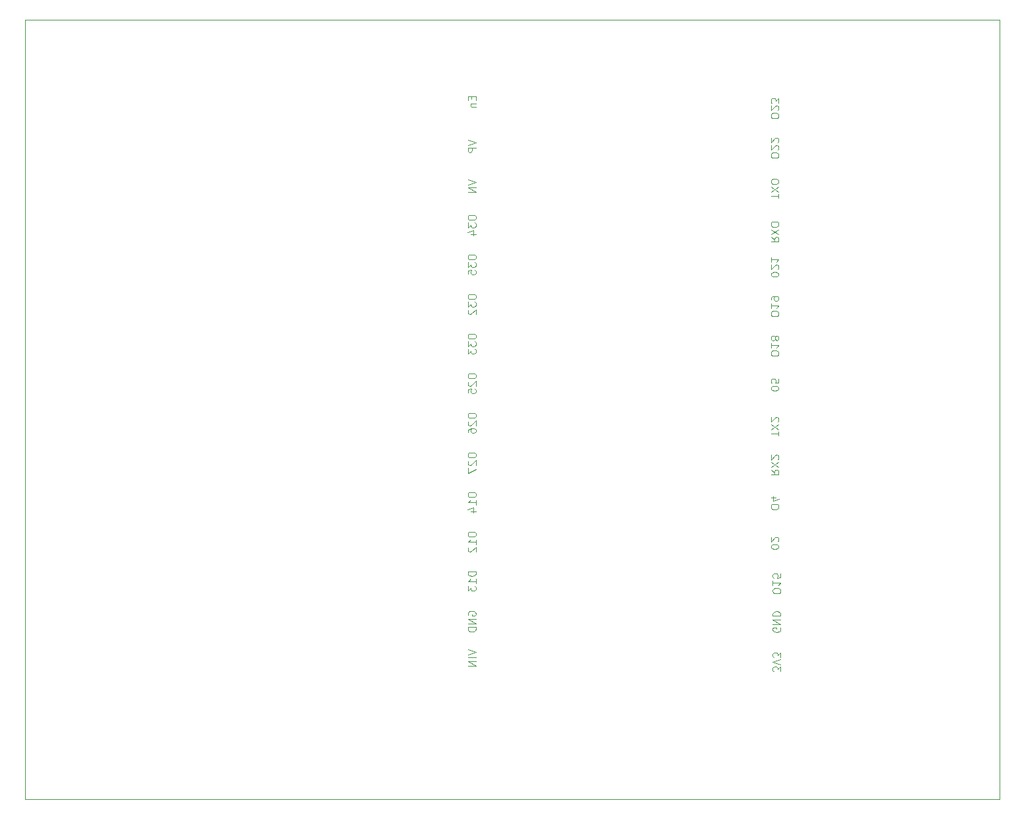
<source format=gbr>
%TF.GenerationSoftware,KiCad,Pcbnew,7.0.5*%
%TF.CreationDate,2024-05-19T08:19:49-04:00*%
%TF.ProjectId,homeWork2,686f6d65-576f-4726-9b32-2e6b69636164,V2*%
%TF.SameCoordinates,Original*%
%TF.FileFunction,Legend,Bot*%
%TF.FilePolarity,Positive*%
%FSLAX46Y46*%
G04 Gerber Fmt 4.6, Leading zero omitted, Abs format (unit mm)*
G04 Created by KiCad (PCBNEW 7.0.5) date 2024-05-19 08:19:49*
%MOMM*%
%LPD*%
G01*
G04 APERTURE LIST*
%ADD10C,0.100000*%
%TA.AperFunction,Profile*%
%ADD11C,0.100000*%
%TD*%
G04 APERTURE END LIST*
D10*
%TO.C,ESP1*%
X106826319Y-85396560D02*
X106826319Y-85587036D01*
X106826319Y-85587036D02*
X106873938Y-85682274D01*
X106873938Y-85682274D02*
X106969176Y-85777512D01*
X106969176Y-85777512D02*
X107159652Y-85825131D01*
X107159652Y-85825131D02*
X107492985Y-85825131D01*
X107492985Y-85825131D02*
X107683461Y-85777512D01*
X107683461Y-85777512D02*
X107778700Y-85682274D01*
X107778700Y-85682274D02*
X107826319Y-85587036D01*
X107826319Y-85587036D02*
X107826319Y-85396560D01*
X107826319Y-85396560D02*
X107778700Y-85301322D01*
X107778700Y-85301322D02*
X107683461Y-85206084D01*
X107683461Y-85206084D02*
X107492985Y-85158465D01*
X107492985Y-85158465D02*
X107159652Y-85158465D01*
X107159652Y-85158465D02*
X106969176Y-85206084D01*
X106969176Y-85206084D02*
X106873938Y-85301322D01*
X106873938Y-85301322D02*
X106826319Y-85396560D01*
X106826319Y-86158465D02*
X106826319Y-86777512D01*
X106826319Y-86777512D02*
X107207271Y-86444179D01*
X107207271Y-86444179D02*
X107207271Y-86587036D01*
X107207271Y-86587036D02*
X107254890Y-86682274D01*
X107254890Y-86682274D02*
X107302509Y-86729893D01*
X107302509Y-86729893D02*
X107397747Y-86777512D01*
X107397747Y-86777512D02*
X107635842Y-86777512D01*
X107635842Y-86777512D02*
X107731080Y-86729893D01*
X107731080Y-86729893D02*
X107778700Y-86682274D01*
X107778700Y-86682274D02*
X107826319Y-86587036D01*
X107826319Y-86587036D02*
X107826319Y-86301322D01*
X107826319Y-86301322D02*
X107778700Y-86206084D01*
X107778700Y-86206084D02*
X107731080Y-86158465D01*
X106921557Y-87158465D02*
X106873938Y-87206084D01*
X106873938Y-87206084D02*
X106826319Y-87301322D01*
X106826319Y-87301322D02*
X106826319Y-87539417D01*
X106826319Y-87539417D02*
X106873938Y-87634655D01*
X106873938Y-87634655D02*
X106921557Y-87682274D01*
X106921557Y-87682274D02*
X107016795Y-87729893D01*
X107016795Y-87729893D02*
X107112033Y-87729893D01*
X107112033Y-87729893D02*
X107254890Y-87682274D01*
X107254890Y-87682274D02*
X107826319Y-87110846D01*
X107826319Y-87110846D02*
X107826319Y-87729893D01*
X146875961Y-127965706D02*
X146923580Y-128060944D01*
X146923580Y-128060944D02*
X146923580Y-128203801D01*
X146923580Y-128203801D02*
X146875961Y-128346658D01*
X146875961Y-128346658D02*
X146780723Y-128441896D01*
X146780723Y-128441896D02*
X146685485Y-128489515D01*
X146685485Y-128489515D02*
X146495009Y-128537134D01*
X146495009Y-128537134D02*
X146352152Y-128537134D01*
X146352152Y-128537134D02*
X146161676Y-128489515D01*
X146161676Y-128489515D02*
X146066438Y-128441896D01*
X146066438Y-128441896D02*
X145971200Y-128346658D01*
X145971200Y-128346658D02*
X145923580Y-128203801D01*
X145923580Y-128203801D02*
X145923580Y-128108563D01*
X145923580Y-128108563D02*
X145971200Y-127965706D01*
X145971200Y-127965706D02*
X146018819Y-127918087D01*
X146018819Y-127918087D02*
X146352152Y-127918087D01*
X146352152Y-127918087D02*
X146352152Y-128108563D01*
X145923580Y-127489515D02*
X146923580Y-127489515D01*
X146923580Y-127489515D02*
X145923580Y-126918087D01*
X145923580Y-126918087D02*
X146923580Y-126918087D01*
X145923580Y-126441896D02*
X146923580Y-126441896D01*
X146923580Y-126441896D02*
X146923580Y-126203801D01*
X146923580Y-126203801D02*
X146875961Y-126060944D01*
X146875961Y-126060944D02*
X146780723Y-125965706D01*
X146780723Y-125965706D02*
X146685485Y-125918087D01*
X146685485Y-125918087D02*
X146495009Y-125870468D01*
X146495009Y-125870468D02*
X146352152Y-125870468D01*
X146352152Y-125870468D02*
X146161676Y-125918087D01*
X146161676Y-125918087D02*
X146066438Y-125965706D01*
X146066438Y-125965706D02*
X145971200Y-126060944D01*
X145971200Y-126060944D02*
X145923580Y-126203801D01*
X145923580Y-126203801D02*
X145923580Y-126441896D01*
X106873938Y-126369893D02*
X106826319Y-126274655D01*
X106826319Y-126274655D02*
X106826319Y-126131798D01*
X106826319Y-126131798D02*
X106873938Y-125988941D01*
X106873938Y-125988941D02*
X106969176Y-125893703D01*
X106969176Y-125893703D02*
X107064414Y-125846084D01*
X107064414Y-125846084D02*
X107254890Y-125798465D01*
X107254890Y-125798465D02*
X107397747Y-125798465D01*
X107397747Y-125798465D02*
X107588223Y-125846084D01*
X107588223Y-125846084D02*
X107683461Y-125893703D01*
X107683461Y-125893703D02*
X107778700Y-125988941D01*
X107778700Y-125988941D02*
X107826319Y-126131798D01*
X107826319Y-126131798D02*
X107826319Y-126227036D01*
X107826319Y-126227036D02*
X107778700Y-126369893D01*
X107778700Y-126369893D02*
X107731080Y-126417512D01*
X107731080Y-126417512D02*
X107397747Y-126417512D01*
X107397747Y-126417512D02*
X107397747Y-126227036D01*
X107826319Y-126846084D02*
X106826319Y-126846084D01*
X106826319Y-126846084D02*
X107826319Y-127417512D01*
X107826319Y-127417512D02*
X106826319Y-127417512D01*
X107826319Y-127893703D02*
X106826319Y-127893703D01*
X106826319Y-127893703D02*
X106826319Y-128131798D01*
X106826319Y-128131798D02*
X106873938Y-128274655D01*
X106873938Y-128274655D02*
X106969176Y-128369893D01*
X106969176Y-128369893D02*
X107064414Y-128417512D01*
X107064414Y-128417512D02*
X107254890Y-128465131D01*
X107254890Y-128465131D02*
X107397747Y-128465131D01*
X107397747Y-128465131D02*
X107588223Y-128417512D01*
X107588223Y-128417512D02*
X107683461Y-128369893D01*
X107683461Y-128369893D02*
X107778700Y-128274655D01*
X107778700Y-128274655D02*
X107826319Y-128131798D01*
X107826319Y-128131798D02*
X107826319Y-127893703D01*
X146673480Y-97285639D02*
X146673480Y-97190401D01*
X146673480Y-97190401D02*
X146625861Y-97095163D01*
X146625861Y-97095163D02*
X146578242Y-97047544D01*
X146578242Y-97047544D02*
X146483004Y-96999925D01*
X146483004Y-96999925D02*
X146292528Y-96952306D01*
X146292528Y-96952306D02*
X146054433Y-96952306D01*
X146054433Y-96952306D02*
X145863957Y-96999925D01*
X145863957Y-96999925D02*
X145768719Y-97047544D01*
X145768719Y-97047544D02*
X145721100Y-97095163D01*
X145721100Y-97095163D02*
X145673480Y-97190401D01*
X145673480Y-97190401D02*
X145673480Y-97285639D01*
X145673480Y-97285639D02*
X145721100Y-97380877D01*
X145721100Y-97380877D02*
X145768719Y-97428496D01*
X145768719Y-97428496D02*
X145863957Y-97476115D01*
X145863957Y-97476115D02*
X146054433Y-97523734D01*
X146054433Y-97523734D02*
X146292528Y-97523734D01*
X146292528Y-97523734D02*
X146483004Y-97476115D01*
X146483004Y-97476115D02*
X146578242Y-97428496D01*
X146578242Y-97428496D02*
X146625861Y-97380877D01*
X146625861Y-97380877D02*
X146673480Y-97285639D01*
X146673480Y-96047544D02*
X146673480Y-96523734D01*
X146673480Y-96523734D02*
X146197290Y-96571353D01*
X146197290Y-96571353D02*
X146244909Y-96523734D01*
X146244909Y-96523734D02*
X146292528Y-96428496D01*
X146292528Y-96428496D02*
X146292528Y-96190401D01*
X146292528Y-96190401D02*
X146244909Y-96095163D01*
X146244909Y-96095163D02*
X146197290Y-96047544D01*
X146197290Y-96047544D02*
X146102052Y-95999925D01*
X146102052Y-95999925D02*
X145863957Y-95999925D01*
X145863957Y-95999925D02*
X145768719Y-96047544D01*
X145768719Y-96047544D02*
X145721100Y-96095163D01*
X145721100Y-96095163D02*
X145673480Y-96190401D01*
X145673480Y-96190401D02*
X145673480Y-96428496D01*
X145673480Y-96428496D02*
X145721100Y-96523734D01*
X145721100Y-96523734D02*
X145768719Y-96571353D01*
X146673480Y-67440639D02*
X146673480Y-67250163D01*
X146673480Y-67250163D02*
X146625861Y-67154925D01*
X146625861Y-67154925D02*
X146530623Y-67059687D01*
X146530623Y-67059687D02*
X146340147Y-67012068D01*
X146340147Y-67012068D02*
X146006814Y-67012068D01*
X146006814Y-67012068D02*
X145816338Y-67059687D01*
X145816338Y-67059687D02*
X145721100Y-67154925D01*
X145721100Y-67154925D02*
X145673480Y-67250163D01*
X145673480Y-67250163D02*
X145673480Y-67440639D01*
X145673480Y-67440639D02*
X145721100Y-67535877D01*
X145721100Y-67535877D02*
X145816338Y-67631115D01*
X145816338Y-67631115D02*
X146006814Y-67678734D01*
X146006814Y-67678734D02*
X146340147Y-67678734D01*
X146340147Y-67678734D02*
X146530623Y-67631115D01*
X146530623Y-67631115D02*
X146625861Y-67535877D01*
X146625861Y-67535877D02*
X146673480Y-67440639D01*
X146578242Y-66631115D02*
X146625861Y-66583496D01*
X146625861Y-66583496D02*
X146673480Y-66488258D01*
X146673480Y-66488258D02*
X146673480Y-66250163D01*
X146673480Y-66250163D02*
X146625861Y-66154925D01*
X146625861Y-66154925D02*
X146578242Y-66107306D01*
X146578242Y-66107306D02*
X146483004Y-66059687D01*
X146483004Y-66059687D02*
X146387766Y-66059687D01*
X146387766Y-66059687D02*
X146244909Y-66107306D01*
X146244909Y-66107306D02*
X145673480Y-66678734D01*
X145673480Y-66678734D02*
X145673480Y-66059687D01*
X146578242Y-65678734D02*
X146625861Y-65631115D01*
X146625861Y-65631115D02*
X146673480Y-65535877D01*
X146673480Y-65535877D02*
X146673480Y-65297782D01*
X146673480Y-65297782D02*
X146625861Y-65202544D01*
X146625861Y-65202544D02*
X146578242Y-65154925D01*
X146578242Y-65154925D02*
X146483004Y-65107306D01*
X146483004Y-65107306D02*
X146387766Y-65107306D01*
X146387766Y-65107306D02*
X146244909Y-65154925D01*
X146244909Y-65154925D02*
X145673480Y-65726353D01*
X145673480Y-65726353D02*
X145673480Y-65107306D01*
X106826319Y-80316560D02*
X106826319Y-80507036D01*
X106826319Y-80507036D02*
X106873938Y-80602274D01*
X106873938Y-80602274D02*
X106969176Y-80697512D01*
X106969176Y-80697512D02*
X107159652Y-80745131D01*
X107159652Y-80745131D02*
X107492985Y-80745131D01*
X107492985Y-80745131D02*
X107683461Y-80697512D01*
X107683461Y-80697512D02*
X107778700Y-80602274D01*
X107778700Y-80602274D02*
X107826319Y-80507036D01*
X107826319Y-80507036D02*
X107826319Y-80316560D01*
X107826319Y-80316560D02*
X107778700Y-80221322D01*
X107778700Y-80221322D02*
X107683461Y-80126084D01*
X107683461Y-80126084D02*
X107492985Y-80078465D01*
X107492985Y-80078465D02*
X107159652Y-80078465D01*
X107159652Y-80078465D02*
X106969176Y-80126084D01*
X106969176Y-80126084D02*
X106873938Y-80221322D01*
X106873938Y-80221322D02*
X106826319Y-80316560D01*
X106826319Y-81078465D02*
X106826319Y-81697512D01*
X106826319Y-81697512D02*
X107207271Y-81364179D01*
X107207271Y-81364179D02*
X107207271Y-81507036D01*
X107207271Y-81507036D02*
X107254890Y-81602274D01*
X107254890Y-81602274D02*
X107302509Y-81649893D01*
X107302509Y-81649893D02*
X107397747Y-81697512D01*
X107397747Y-81697512D02*
X107635842Y-81697512D01*
X107635842Y-81697512D02*
X107731080Y-81649893D01*
X107731080Y-81649893D02*
X107778700Y-81602274D01*
X107778700Y-81602274D02*
X107826319Y-81507036D01*
X107826319Y-81507036D02*
X107826319Y-81221322D01*
X107826319Y-81221322D02*
X107778700Y-81126084D01*
X107778700Y-81126084D02*
X107731080Y-81078465D01*
X106826319Y-82602274D02*
X106826319Y-82126084D01*
X106826319Y-82126084D02*
X107302509Y-82078465D01*
X107302509Y-82078465D02*
X107254890Y-82126084D01*
X107254890Y-82126084D02*
X107207271Y-82221322D01*
X107207271Y-82221322D02*
X107207271Y-82459417D01*
X107207271Y-82459417D02*
X107254890Y-82554655D01*
X107254890Y-82554655D02*
X107302509Y-82602274D01*
X107302509Y-82602274D02*
X107397747Y-82649893D01*
X107397747Y-82649893D02*
X107635842Y-82649893D01*
X107635842Y-82649893D02*
X107731080Y-82602274D01*
X107731080Y-82602274D02*
X107778700Y-82554655D01*
X107778700Y-82554655D02*
X107826319Y-82459417D01*
X107826319Y-82459417D02*
X107826319Y-82221322D01*
X107826319Y-82221322D02*
X107778700Y-82126084D01*
X107778700Y-82126084D02*
X107731080Y-82078465D01*
X146673480Y-82680639D02*
X146673480Y-82585401D01*
X146673480Y-82585401D02*
X146625861Y-82490163D01*
X146625861Y-82490163D02*
X146578242Y-82442544D01*
X146578242Y-82442544D02*
X146483004Y-82394925D01*
X146483004Y-82394925D02*
X146292528Y-82347306D01*
X146292528Y-82347306D02*
X146054433Y-82347306D01*
X146054433Y-82347306D02*
X145863957Y-82394925D01*
X145863957Y-82394925D02*
X145768719Y-82442544D01*
X145768719Y-82442544D02*
X145721100Y-82490163D01*
X145721100Y-82490163D02*
X145673480Y-82585401D01*
X145673480Y-82585401D02*
X145673480Y-82680639D01*
X145673480Y-82680639D02*
X145721100Y-82775877D01*
X145721100Y-82775877D02*
X145768719Y-82823496D01*
X145768719Y-82823496D02*
X145863957Y-82871115D01*
X145863957Y-82871115D02*
X146054433Y-82918734D01*
X146054433Y-82918734D02*
X146292528Y-82918734D01*
X146292528Y-82918734D02*
X146483004Y-82871115D01*
X146483004Y-82871115D02*
X146578242Y-82823496D01*
X146578242Y-82823496D02*
X146625861Y-82775877D01*
X146625861Y-82775877D02*
X146673480Y-82680639D01*
X146578242Y-81966353D02*
X146625861Y-81918734D01*
X146625861Y-81918734D02*
X146673480Y-81823496D01*
X146673480Y-81823496D02*
X146673480Y-81585401D01*
X146673480Y-81585401D02*
X146625861Y-81490163D01*
X146625861Y-81490163D02*
X146578242Y-81442544D01*
X146578242Y-81442544D02*
X146483004Y-81394925D01*
X146483004Y-81394925D02*
X146387766Y-81394925D01*
X146387766Y-81394925D02*
X146244909Y-81442544D01*
X146244909Y-81442544D02*
X145673480Y-82013972D01*
X145673480Y-82013972D02*
X145673480Y-81394925D01*
X145673480Y-80442544D02*
X145673480Y-81013972D01*
X145673480Y-80728258D02*
X146673480Y-80728258D01*
X146673480Y-80728258D02*
X146530623Y-80823496D01*
X146530623Y-80823496D02*
X146435385Y-80918734D01*
X146435385Y-80918734D02*
X146387766Y-81013972D01*
X107826319Y-120766084D02*
X106826319Y-120766084D01*
X106826319Y-120766084D02*
X106826319Y-121004179D01*
X106826319Y-121004179D02*
X106873938Y-121147036D01*
X106873938Y-121147036D02*
X106969176Y-121242274D01*
X106969176Y-121242274D02*
X107064414Y-121289893D01*
X107064414Y-121289893D02*
X107254890Y-121337512D01*
X107254890Y-121337512D02*
X107397747Y-121337512D01*
X107397747Y-121337512D02*
X107588223Y-121289893D01*
X107588223Y-121289893D02*
X107683461Y-121242274D01*
X107683461Y-121242274D02*
X107778700Y-121147036D01*
X107778700Y-121147036D02*
X107826319Y-121004179D01*
X107826319Y-121004179D02*
X107826319Y-120766084D01*
X107826319Y-122289893D02*
X107826319Y-121718465D01*
X107826319Y-122004179D02*
X106826319Y-122004179D01*
X106826319Y-122004179D02*
X106969176Y-121908941D01*
X106969176Y-121908941D02*
X107064414Y-121813703D01*
X107064414Y-121813703D02*
X107112033Y-121718465D01*
X106826319Y-122623227D02*
X106826319Y-123242274D01*
X106826319Y-123242274D02*
X107207271Y-122908941D01*
X107207271Y-122908941D02*
X107207271Y-123051798D01*
X107207271Y-123051798D02*
X107254890Y-123147036D01*
X107254890Y-123147036D02*
X107302509Y-123194655D01*
X107302509Y-123194655D02*
X107397747Y-123242274D01*
X107397747Y-123242274D02*
X107635842Y-123242274D01*
X107635842Y-123242274D02*
X107731080Y-123194655D01*
X107731080Y-123194655D02*
X107778700Y-123147036D01*
X107778700Y-123147036D02*
X107826319Y-123051798D01*
X107826319Y-123051798D02*
X107826319Y-122766084D01*
X107826319Y-122766084D02*
X107778700Y-122670846D01*
X107778700Y-122670846D02*
X107731080Y-122623227D01*
X106826319Y-110796560D02*
X106826319Y-110987036D01*
X106826319Y-110987036D02*
X106873938Y-111082274D01*
X106873938Y-111082274D02*
X106969176Y-111177512D01*
X106969176Y-111177512D02*
X107159652Y-111225131D01*
X107159652Y-111225131D02*
X107492985Y-111225131D01*
X107492985Y-111225131D02*
X107683461Y-111177512D01*
X107683461Y-111177512D02*
X107778700Y-111082274D01*
X107778700Y-111082274D02*
X107826319Y-110987036D01*
X107826319Y-110987036D02*
X107826319Y-110796560D01*
X107826319Y-110796560D02*
X107778700Y-110701322D01*
X107778700Y-110701322D02*
X107683461Y-110606084D01*
X107683461Y-110606084D02*
X107492985Y-110558465D01*
X107492985Y-110558465D02*
X107159652Y-110558465D01*
X107159652Y-110558465D02*
X106969176Y-110606084D01*
X106969176Y-110606084D02*
X106873938Y-110701322D01*
X106873938Y-110701322D02*
X106826319Y-110796560D01*
X107826319Y-112177512D02*
X107826319Y-111606084D01*
X107826319Y-111891798D02*
X106826319Y-111891798D01*
X106826319Y-111891798D02*
X106969176Y-111796560D01*
X106969176Y-111796560D02*
X107064414Y-111701322D01*
X107064414Y-111701322D02*
X107112033Y-111606084D01*
X107159652Y-113034655D02*
X107826319Y-113034655D01*
X106778700Y-112796560D02*
X107492985Y-112558465D01*
X107492985Y-112558465D02*
X107492985Y-113177512D01*
X146673480Y-103333972D02*
X146673480Y-102762544D01*
X145673480Y-103048258D02*
X146673480Y-103048258D01*
X146673480Y-102524448D02*
X145673480Y-101857782D01*
X146673480Y-101857782D02*
X145673480Y-102524448D01*
X146578242Y-101524448D02*
X146625861Y-101476829D01*
X146625861Y-101476829D02*
X146673480Y-101381591D01*
X146673480Y-101381591D02*
X146673480Y-101143496D01*
X146673480Y-101143496D02*
X146625861Y-101048258D01*
X146625861Y-101048258D02*
X146578242Y-101000639D01*
X146578242Y-101000639D02*
X146483004Y-100953020D01*
X146483004Y-100953020D02*
X146387766Y-100953020D01*
X146387766Y-100953020D02*
X146244909Y-101000639D01*
X146244909Y-101000639D02*
X145673480Y-101572067D01*
X145673480Y-101572067D02*
X145673480Y-100953020D01*
X146673480Y-92840639D02*
X146673480Y-92650163D01*
X146673480Y-92650163D02*
X146625861Y-92554925D01*
X146625861Y-92554925D02*
X146530623Y-92459687D01*
X146530623Y-92459687D02*
X146340147Y-92412068D01*
X146340147Y-92412068D02*
X146006814Y-92412068D01*
X146006814Y-92412068D02*
X145816338Y-92459687D01*
X145816338Y-92459687D02*
X145721100Y-92554925D01*
X145721100Y-92554925D02*
X145673480Y-92650163D01*
X145673480Y-92650163D02*
X145673480Y-92840639D01*
X145673480Y-92840639D02*
X145721100Y-92935877D01*
X145721100Y-92935877D02*
X145816338Y-93031115D01*
X145816338Y-93031115D02*
X146006814Y-93078734D01*
X146006814Y-93078734D02*
X146340147Y-93078734D01*
X146340147Y-93078734D02*
X146530623Y-93031115D01*
X146530623Y-93031115D02*
X146625861Y-92935877D01*
X146625861Y-92935877D02*
X146673480Y-92840639D01*
X145673480Y-91459687D02*
X145673480Y-92031115D01*
X145673480Y-91745401D02*
X146673480Y-91745401D01*
X146673480Y-91745401D02*
X146530623Y-91840639D01*
X146530623Y-91840639D02*
X146435385Y-91935877D01*
X146435385Y-91935877D02*
X146387766Y-92031115D01*
X146244909Y-90888258D02*
X146292528Y-90983496D01*
X146292528Y-90983496D02*
X146340147Y-91031115D01*
X146340147Y-91031115D02*
X146435385Y-91078734D01*
X146435385Y-91078734D02*
X146483004Y-91078734D01*
X146483004Y-91078734D02*
X146578242Y-91031115D01*
X146578242Y-91031115D02*
X146625861Y-90983496D01*
X146625861Y-90983496D02*
X146673480Y-90888258D01*
X146673480Y-90888258D02*
X146673480Y-90697782D01*
X146673480Y-90697782D02*
X146625861Y-90602544D01*
X146625861Y-90602544D02*
X146578242Y-90554925D01*
X146578242Y-90554925D02*
X146483004Y-90507306D01*
X146483004Y-90507306D02*
X146435385Y-90507306D01*
X146435385Y-90507306D02*
X146340147Y-90554925D01*
X146340147Y-90554925D02*
X146292528Y-90602544D01*
X146292528Y-90602544D02*
X146244909Y-90697782D01*
X146244909Y-90697782D02*
X146244909Y-90888258D01*
X146244909Y-90888258D02*
X146197290Y-90983496D01*
X146197290Y-90983496D02*
X146149671Y-91031115D01*
X146149671Y-91031115D02*
X146054433Y-91078734D01*
X146054433Y-91078734D02*
X145863957Y-91078734D01*
X145863957Y-91078734D02*
X145768719Y-91031115D01*
X145768719Y-91031115D02*
X145721100Y-90983496D01*
X145721100Y-90983496D02*
X145673480Y-90888258D01*
X145673480Y-90888258D02*
X145673480Y-90697782D01*
X145673480Y-90697782D02*
X145721100Y-90602544D01*
X145721100Y-90602544D02*
X145768719Y-90554925D01*
X145768719Y-90554925D02*
X145863957Y-90507306D01*
X145863957Y-90507306D02*
X146054433Y-90507306D01*
X146054433Y-90507306D02*
X146149671Y-90554925D01*
X146149671Y-90554925D02*
X146197290Y-90602544D01*
X146197290Y-90602544D02*
X146244909Y-90697782D01*
X146673480Y-87760639D02*
X146673480Y-87570163D01*
X146673480Y-87570163D02*
X146625861Y-87474925D01*
X146625861Y-87474925D02*
X146530623Y-87379687D01*
X146530623Y-87379687D02*
X146340147Y-87332068D01*
X146340147Y-87332068D02*
X146006814Y-87332068D01*
X146006814Y-87332068D02*
X145816338Y-87379687D01*
X145816338Y-87379687D02*
X145721100Y-87474925D01*
X145721100Y-87474925D02*
X145673480Y-87570163D01*
X145673480Y-87570163D02*
X145673480Y-87760639D01*
X145673480Y-87760639D02*
X145721100Y-87855877D01*
X145721100Y-87855877D02*
X145816338Y-87951115D01*
X145816338Y-87951115D02*
X146006814Y-87998734D01*
X146006814Y-87998734D02*
X146340147Y-87998734D01*
X146340147Y-87998734D02*
X146530623Y-87951115D01*
X146530623Y-87951115D02*
X146625861Y-87855877D01*
X146625861Y-87855877D02*
X146673480Y-87760639D01*
X145673480Y-86379687D02*
X145673480Y-86951115D01*
X145673480Y-86665401D02*
X146673480Y-86665401D01*
X146673480Y-86665401D02*
X146530623Y-86760639D01*
X146530623Y-86760639D02*
X146435385Y-86855877D01*
X146435385Y-86855877D02*
X146387766Y-86951115D01*
X145673480Y-85903496D02*
X145673480Y-85713020D01*
X145673480Y-85713020D02*
X145721100Y-85617782D01*
X145721100Y-85617782D02*
X145768719Y-85570163D01*
X145768719Y-85570163D02*
X145911576Y-85474925D01*
X145911576Y-85474925D02*
X146102052Y-85427306D01*
X146102052Y-85427306D02*
X146483004Y-85427306D01*
X146483004Y-85427306D02*
X146578242Y-85474925D01*
X146578242Y-85474925D02*
X146625861Y-85522544D01*
X146625861Y-85522544D02*
X146673480Y-85617782D01*
X146673480Y-85617782D02*
X146673480Y-85808258D01*
X146673480Y-85808258D02*
X146625861Y-85903496D01*
X146625861Y-85903496D02*
X146578242Y-85951115D01*
X146578242Y-85951115D02*
X146483004Y-85998734D01*
X146483004Y-85998734D02*
X146244909Y-85998734D01*
X146244909Y-85998734D02*
X146149671Y-85951115D01*
X146149671Y-85951115D02*
X146102052Y-85903496D01*
X146102052Y-85903496D02*
X146054433Y-85808258D01*
X146054433Y-85808258D02*
X146054433Y-85617782D01*
X146054433Y-85617782D02*
X146102052Y-85522544D01*
X146102052Y-85522544D02*
X146149671Y-85474925D01*
X146149671Y-85474925D02*
X146244909Y-85427306D01*
X106826319Y-115876560D02*
X106826319Y-116067036D01*
X106826319Y-116067036D02*
X106873938Y-116162274D01*
X106873938Y-116162274D02*
X106969176Y-116257512D01*
X106969176Y-116257512D02*
X107159652Y-116305131D01*
X107159652Y-116305131D02*
X107492985Y-116305131D01*
X107492985Y-116305131D02*
X107683461Y-116257512D01*
X107683461Y-116257512D02*
X107778700Y-116162274D01*
X107778700Y-116162274D02*
X107826319Y-116067036D01*
X107826319Y-116067036D02*
X107826319Y-115876560D01*
X107826319Y-115876560D02*
X107778700Y-115781322D01*
X107778700Y-115781322D02*
X107683461Y-115686084D01*
X107683461Y-115686084D02*
X107492985Y-115638465D01*
X107492985Y-115638465D02*
X107159652Y-115638465D01*
X107159652Y-115638465D02*
X106969176Y-115686084D01*
X106969176Y-115686084D02*
X106873938Y-115781322D01*
X106873938Y-115781322D02*
X106826319Y-115876560D01*
X107826319Y-117257512D02*
X107826319Y-116686084D01*
X107826319Y-116971798D02*
X106826319Y-116971798D01*
X106826319Y-116971798D02*
X106969176Y-116876560D01*
X106969176Y-116876560D02*
X107064414Y-116781322D01*
X107064414Y-116781322D02*
X107112033Y-116686084D01*
X106921557Y-117638465D02*
X106873938Y-117686084D01*
X106873938Y-117686084D02*
X106826319Y-117781322D01*
X106826319Y-117781322D02*
X106826319Y-118019417D01*
X106826319Y-118019417D02*
X106873938Y-118114655D01*
X106873938Y-118114655D02*
X106921557Y-118162274D01*
X106921557Y-118162274D02*
X107016795Y-118209893D01*
X107016795Y-118209893D02*
X107112033Y-118209893D01*
X107112033Y-118209893D02*
X107254890Y-118162274D01*
X107254890Y-118162274D02*
X107826319Y-117590846D01*
X107826319Y-117590846D02*
X107826319Y-118209893D01*
X106826319Y-75236560D02*
X106826319Y-75427036D01*
X106826319Y-75427036D02*
X106873938Y-75522274D01*
X106873938Y-75522274D02*
X106969176Y-75617512D01*
X106969176Y-75617512D02*
X107159652Y-75665131D01*
X107159652Y-75665131D02*
X107492985Y-75665131D01*
X107492985Y-75665131D02*
X107683461Y-75617512D01*
X107683461Y-75617512D02*
X107778700Y-75522274D01*
X107778700Y-75522274D02*
X107826319Y-75427036D01*
X107826319Y-75427036D02*
X107826319Y-75236560D01*
X107826319Y-75236560D02*
X107778700Y-75141322D01*
X107778700Y-75141322D02*
X107683461Y-75046084D01*
X107683461Y-75046084D02*
X107492985Y-74998465D01*
X107492985Y-74998465D02*
X107159652Y-74998465D01*
X107159652Y-74998465D02*
X106969176Y-75046084D01*
X106969176Y-75046084D02*
X106873938Y-75141322D01*
X106873938Y-75141322D02*
X106826319Y-75236560D01*
X106826319Y-75998465D02*
X106826319Y-76617512D01*
X106826319Y-76617512D02*
X107207271Y-76284179D01*
X107207271Y-76284179D02*
X107207271Y-76427036D01*
X107207271Y-76427036D02*
X107254890Y-76522274D01*
X107254890Y-76522274D02*
X107302509Y-76569893D01*
X107302509Y-76569893D02*
X107397747Y-76617512D01*
X107397747Y-76617512D02*
X107635842Y-76617512D01*
X107635842Y-76617512D02*
X107731080Y-76569893D01*
X107731080Y-76569893D02*
X107778700Y-76522274D01*
X107778700Y-76522274D02*
X107826319Y-76427036D01*
X107826319Y-76427036D02*
X107826319Y-76141322D01*
X107826319Y-76141322D02*
X107778700Y-76046084D01*
X107778700Y-76046084D02*
X107731080Y-75998465D01*
X107159652Y-77474655D02*
X107826319Y-77474655D01*
X106778700Y-77236560D02*
X107492985Y-76998465D01*
X107492985Y-76998465D02*
X107492985Y-77617512D01*
X106826319Y-100636560D02*
X106826319Y-100827036D01*
X106826319Y-100827036D02*
X106873938Y-100922274D01*
X106873938Y-100922274D02*
X106969176Y-101017512D01*
X106969176Y-101017512D02*
X107159652Y-101065131D01*
X107159652Y-101065131D02*
X107492985Y-101065131D01*
X107492985Y-101065131D02*
X107683461Y-101017512D01*
X107683461Y-101017512D02*
X107778700Y-100922274D01*
X107778700Y-100922274D02*
X107826319Y-100827036D01*
X107826319Y-100827036D02*
X107826319Y-100636560D01*
X107826319Y-100636560D02*
X107778700Y-100541322D01*
X107778700Y-100541322D02*
X107683461Y-100446084D01*
X107683461Y-100446084D02*
X107492985Y-100398465D01*
X107492985Y-100398465D02*
X107159652Y-100398465D01*
X107159652Y-100398465D02*
X106969176Y-100446084D01*
X106969176Y-100446084D02*
X106873938Y-100541322D01*
X106873938Y-100541322D02*
X106826319Y-100636560D01*
X106921557Y-101446084D02*
X106873938Y-101493703D01*
X106873938Y-101493703D02*
X106826319Y-101588941D01*
X106826319Y-101588941D02*
X106826319Y-101827036D01*
X106826319Y-101827036D02*
X106873938Y-101922274D01*
X106873938Y-101922274D02*
X106921557Y-101969893D01*
X106921557Y-101969893D02*
X107016795Y-102017512D01*
X107016795Y-102017512D02*
X107112033Y-102017512D01*
X107112033Y-102017512D02*
X107254890Y-101969893D01*
X107254890Y-101969893D02*
X107826319Y-101398465D01*
X107826319Y-101398465D02*
X107826319Y-102017512D01*
X106826319Y-102874655D02*
X106826319Y-102684179D01*
X106826319Y-102684179D02*
X106873938Y-102588941D01*
X106873938Y-102588941D02*
X106921557Y-102541322D01*
X106921557Y-102541322D02*
X107064414Y-102446084D01*
X107064414Y-102446084D02*
X107254890Y-102398465D01*
X107254890Y-102398465D02*
X107635842Y-102398465D01*
X107635842Y-102398465D02*
X107731080Y-102446084D01*
X107731080Y-102446084D02*
X107778700Y-102493703D01*
X107778700Y-102493703D02*
X107826319Y-102588941D01*
X107826319Y-102588941D02*
X107826319Y-102779417D01*
X107826319Y-102779417D02*
X107778700Y-102874655D01*
X107778700Y-102874655D02*
X107731080Y-102922274D01*
X107731080Y-102922274D02*
X107635842Y-102969893D01*
X107635842Y-102969893D02*
X107397747Y-102969893D01*
X107397747Y-102969893D02*
X107302509Y-102922274D01*
X107302509Y-102922274D02*
X107254890Y-102874655D01*
X107254890Y-102874655D02*
X107207271Y-102779417D01*
X107207271Y-102779417D02*
X107207271Y-102588941D01*
X107207271Y-102588941D02*
X107254890Y-102493703D01*
X107254890Y-102493703D02*
X107302509Y-102446084D01*
X107302509Y-102446084D02*
X107397747Y-102398465D01*
X106826319Y-90476560D02*
X106826319Y-90667036D01*
X106826319Y-90667036D02*
X106873938Y-90762274D01*
X106873938Y-90762274D02*
X106969176Y-90857512D01*
X106969176Y-90857512D02*
X107159652Y-90905131D01*
X107159652Y-90905131D02*
X107492985Y-90905131D01*
X107492985Y-90905131D02*
X107683461Y-90857512D01*
X107683461Y-90857512D02*
X107778700Y-90762274D01*
X107778700Y-90762274D02*
X107826319Y-90667036D01*
X107826319Y-90667036D02*
X107826319Y-90476560D01*
X107826319Y-90476560D02*
X107778700Y-90381322D01*
X107778700Y-90381322D02*
X107683461Y-90286084D01*
X107683461Y-90286084D02*
X107492985Y-90238465D01*
X107492985Y-90238465D02*
X107159652Y-90238465D01*
X107159652Y-90238465D02*
X106969176Y-90286084D01*
X106969176Y-90286084D02*
X106873938Y-90381322D01*
X106873938Y-90381322D02*
X106826319Y-90476560D01*
X106826319Y-91238465D02*
X106826319Y-91857512D01*
X106826319Y-91857512D02*
X107207271Y-91524179D01*
X107207271Y-91524179D02*
X107207271Y-91667036D01*
X107207271Y-91667036D02*
X107254890Y-91762274D01*
X107254890Y-91762274D02*
X107302509Y-91809893D01*
X107302509Y-91809893D02*
X107397747Y-91857512D01*
X107397747Y-91857512D02*
X107635842Y-91857512D01*
X107635842Y-91857512D02*
X107731080Y-91809893D01*
X107731080Y-91809893D02*
X107778700Y-91762274D01*
X107778700Y-91762274D02*
X107826319Y-91667036D01*
X107826319Y-91667036D02*
X107826319Y-91381322D01*
X107826319Y-91381322D02*
X107778700Y-91286084D01*
X107778700Y-91286084D02*
X107731080Y-91238465D01*
X106826319Y-92190846D02*
X106826319Y-92809893D01*
X106826319Y-92809893D02*
X107207271Y-92476560D01*
X107207271Y-92476560D02*
X107207271Y-92619417D01*
X107207271Y-92619417D02*
X107254890Y-92714655D01*
X107254890Y-92714655D02*
X107302509Y-92762274D01*
X107302509Y-92762274D02*
X107397747Y-92809893D01*
X107397747Y-92809893D02*
X107635842Y-92809893D01*
X107635842Y-92809893D02*
X107731080Y-92762274D01*
X107731080Y-92762274D02*
X107778700Y-92714655D01*
X107778700Y-92714655D02*
X107826319Y-92619417D01*
X107826319Y-92619417D02*
X107826319Y-92333703D01*
X107826319Y-92333703D02*
X107778700Y-92238465D01*
X107778700Y-92238465D02*
X107731080Y-92190846D01*
X106826319Y-70458227D02*
X107826319Y-70791560D01*
X107826319Y-70791560D02*
X106826319Y-71124893D01*
X107826319Y-71458227D02*
X106826319Y-71458227D01*
X106826319Y-71458227D02*
X107826319Y-72029655D01*
X107826319Y-72029655D02*
X106826319Y-72029655D01*
X145673480Y-77854687D02*
X146149671Y-78188020D01*
X145673480Y-78426115D02*
X146673480Y-78426115D01*
X146673480Y-78426115D02*
X146673480Y-78045163D01*
X146673480Y-78045163D02*
X146625861Y-77949925D01*
X146625861Y-77949925D02*
X146578242Y-77902306D01*
X146578242Y-77902306D02*
X146483004Y-77854687D01*
X146483004Y-77854687D02*
X146340147Y-77854687D01*
X146340147Y-77854687D02*
X146244909Y-77902306D01*
X146244909Y-77902306D02*
X146197290Y-77949925D01*
X146197290Y-77949925D02*
X146149671Y-78045163D01*
X146149671Y-78045163D02*
X146149671Y-78426115D01*
X146673480Y-77521353D02*
X145673480Y-76854687D01*
X146673480Y-76854687D02*
X145673480Y-77521353D01*
X146673480Y-76283258D02*
X146673480Y-76092782D01*
X146673480Y-76092782D02*
X146625861Y-75997544D01*
X146625861Y-75997544D02*
X146530623Y-75902306D01*
X146530623Y-75902306D02*
X146340147Y-75854687D01*
X146340147Y-75854687D02*
X146006814Y-75854687D01*
X146006814Y-75854687D02*
X145816338Y-75902306D01*
X145816338Y-75902306D02*
X145721100Y-75997544D01*
X145721100Y-75997544D02*
X145673480Y-76092782D01*
X145673480Y-76092782D02*
X145673480Y-76283258D01*
X145673480Y-76283258D02*
X145721100Y-76378496D01*
X145721100Y-76378496D02*
X145816338Y-76473734D01*
X145816338Y-76473734D02*
X146006814Y-76521353D01*
X146006814Y-76521353D02*
X146340147Y-76521353D01*
X146340147Y-76521353D02*
X146530623Y-76473734D01*
X146530623Y-76473734D02*
X146625861Y-76378496D01*
X146625861Y-76378496D02*
X146673480Y-76283258D01*
X146923580Y-133563153D02*
X146923580Y-132944106D01*
X146923580Y-132944106D02*
X146542628Y-133277439D01*
X146542628Y-133277439D02*
X146542628Y-133134582D01*
X146542628Y-133134582D02*
X146495009Y-133039344D01*
X146495009Y-133039344D02*
X146447390Y-132991725D01*
X146447390Y-132991725D02*
X146352152Y-132944106D01*
X146352152Y-132944106D02*
X146114057Y-132944106D01*
X146114057Y-132944106D02*
X146018819Y-132991725D01*
X146018819Y-132991725D02*
X145971200Y-133039344D01*
X145971200Y-133039344D02*
X145923580Y-133134582D01*
X145923580Y-133134582D02*
X145923580Y-133420296D01*
X145923580Y-133420296D02*
X145971200Y-133515534D01*
X145971200Y-133515534D02*
X146018819Y-133563153D01*
X146923580Y-132658391D02*
X145923580Y-132325058D01*
X145923580Y-132325058D02*
X146923580Y-131991725D01*
X146923580Y-131753629D02*
X146923580Y-131134582D01*
X146923580Y-131134582D02*
X146542628Y-131467915D01*
X146542628Y-131467915D02*
X146542628Y-131325058D01*
X146542628Y-131325058D02*
X146495009Y-131229820D01*
X146495009Y-131229820D02*
X146447390Y-131182201D01*
X146447390Y-131182201D02*
X146352152Y-131134582D01*
X146352152Y-131134582D02*
X146114057Y-131134582D01*
X146114057Y-131134582D02*
X146018819Y-131182201D01*
X146018819Y-131182201D02*
X145971200Y-131229820D01*
X145971200Y-131229820D02*
X145923580Y-131325058D01*
X145923580Y-131325058D02*
X145923580Y-131610772D01*
X145923580Y-131610772D02*
X145971200Y-131706010D01*
X145971200Y-131706010D02*
X146018819Y-131753629D01*
X146673480Y-72853972D02*
X146673480Y-72282544D01*
X145673480Y-72568258D02*
X146673480Y-72568258D01*
X146673480Y-72044448D02*
X145673480Y-71377782D01*
X146673480Y-71377782D02*
X145673480Y-72044448D01*
X146673480Y-70806353D02*
X146673480Y-70615877D01*
X146673480Y-70615877D02*
X146625861Y-70520639D01*
X146625861Y-70520639D02*
X146530623Y-70425401D01*
X146530623Y-70425401D02*
X146340147Y-70377782D01*
X146340147Y-70377782D02*
X146006814Y-70377782D01*
X146006814Y-70377782D02*
X145816338Y-70425401D01*
X145816338Y-70425401D02*
X145721100Y-70520639D01*
X145721100Y-70520639D02*
X145673480Y-70615877D01*
X145673480Y-70615877D02*
X145673480Y-70806353D01*
X145673480Y-70806353D02*
X145721100Y-70901591D01*
X145721100Y-70901591D02*
X145816338Y-70996829D01*
X145816338Y-70996829D02*
X146006814Y-71044448D01*
X146006814Y-71044448D02*
X146340147Y-71044448D01*
X146340147Y-71044448D02*
X146530623Y-70996829D01*
X146530623Y-70996829D02*
X146625861Y-70901591D01*
X146625861Y-70901591D02*
X146673480Y-70806353D01*
X146923580Y-123320639D02*
X146923580Y-123130163D01*
X146923580Y-123130163D02*
X146875961Y-123034925D01*
X146875961Y-123034925D02*
X146780723Y-122939687D01*
X146780723Y-122939687D02*
X146590247Y-122892068D01*
X146590247Y-122892068D02*
X146256914Y-122892068D01*
X146256914Y-122892068D02*
X146066438Y-122939687D01*
X146066438Y-122939687D02*
X145971200Y-123034925D01*
X145971200Y-123034925D02*
X145923580Y-123130163D01*
X145923580Y-123130163D02*
X145923580Y-123320639D01*
X145923580Y-123320639D02*
X145971200Y-123415877D01*
X145971200Y-123415877D02*
X146066438Y-123511115D01*
X146066438Y-123511115D02*
X146256914Y-123558734D01*
X146256914Y-123558734D02*
X146590247Y-123558734D01*
X146590247Y-123558734D02*
X146780723Y-123511115D01*
X146780723Y-123511115D02*
X146875961Y-123415877D01*
X146875961Y-123415877D02*
X146923580Y-123320639D01*
X145923580Y-121939687D02*
X145923580Y-122511115D01*
X145923580Y-122225401D02*
X146923580Y-122225401D01*
X146923580Y-122225401D02*
X146780723Y-122320639D01*
X146780723Y-122320639D02*
X146685485Y-122415877D01*
X146685485Y-122415877D02*
X146637866Y-122511115D01*
X146923580Y-121034925D02*
X146923580Y-121511115D01*
X146923580Y-121511115D02*
X146447390Y-121558734D01*
X146447390Y-121558734D02*
X146495009Y-121511115D01*
X146495009Y-121511115D02*
X146542628Y-121415877D01*
X146542628Y-121415877D02*
X146542628Y-121177782D01*
X146542628Y-121177782D02*
X146495009Y-121082544D01*
X146495009Y-121082544D02*
X146447390Y-121034925D01*
X146447390Y-121034925D02*
X146352152Y-120987306D01*
X146352152Y-120987306D02*
X146114057Y-120987306D01*
X146114057Y-120987306D02*
X146018819Y-121034925D01*
X146018819Y-121034925D02*
X145971200Y-121082544D01*
X145971200Y-121082544D02*
X145923580Y-121177782D01*
X145923580Y-121177782D02*
X145923580Y-121415877D01*
X145923580Y-121415877D02*
X145971200Y-121511115D01*
X145971200Y-121511115D02*
X146018819Y-121558734D01*
X106826319Y-105716560D02*
X106826319Y-105907036D01*
X106826319Y-105907036D02*
X106873938Y-106002274D01*
X106873938Y-106002274D02*
X106969176Y-106097512D01*
X106969176Y-106097512D02*
X107159652Y-106145131D01*
X107159652Y-106145131D02*
X107492985Y-106145131D01*
X107492985Y-106145131D02*
X107683461Y-106097512D01*
X107683461Y-106097512D02*
X107778700Y-106002274D01*
X107778700Y-106002274D02*
X107826319Y-105907036D01*
X107826319Y-105907036D02*
X107826319Y-105716560D01*
X107826319Y-105716560D02*
X107778700Y-105621322D01*
X107778700Y-105621322D02*
X107683461Y-105526084D01*
X107683461Y-105526084D02*
X107492985Y-105478465D01*
X107492985Y-105478465D02*
X107159652Y-105478465D01*
X107159652Y-105478465D02*
X106969176Y-105526084D01*
X106969176Y-105526084D02*
X106873938Y-105621322D01*
X106873938Y-105621322D02*
X106826319Y-105716560D01*
X106921557Y-106526084D02*
X106873938Y-106573703D01*
X106873938Y-106573703D02*
X106826319Y-106668941D01*
X106826319Y-106668941D02*
X106826319Y-106907036D01*
X106826319Y-106907036D02*
X106873938Y-107002274D01*
X106873938Y-107002274D02*
X106921557Y-107049893D01*
X106921557Y-107049893D02*
X107016795Y-107097512D01*
X107016795Y-107097512D02*
X107112033Y-107097512D01*
X107112033Y-107097512D02*
X107254890Y-107049893D01*
X107254890Y-107049893D02*
X107826319Y-106478465D01*
X107826319Y-106478465D02*
X107826319Y-107097512D01*
X106826319Y-107430846D02*
X106826319Y-108097512D01*
X106826319Y-108097512D02*
X107826319Y-107668941D01*
X146673480Y-62360639D02*
X146673480Y-62170163D01*
X146673480Y-62170163D02*
X146625861Y-62074925D01*
X146625861Y-62074925D02*
X146530623Y-61979687D01*
X146530623Y-61979687D02*
X146340147Y-61932068D01*
X146340147Y-61932068D02*
X146006814Y-61932068D01*
X146006814Y-61932068D02*
X145816338Y-61979687D01*
X145816338Y-61979687D02*
X145721100Y-62074925D01*
X145721100Y-62074925D02*
X145673480Y-62170163D01*
X145673480Y-62170163D02*
X145673480Y-62360639D01*
X145673480Y-62360639D02*
X145721100Y-62455877D01*
X145721100Y-62455877D02*
X145816338Y-62551115D01*
X145816338Y-62551115D02*
X146006814Y-62598734D01*
X146006814Y-62598734D02*
X146340147Y-62598734D01*
X146340147Y-62598734D02*
X146530623Y-62551115D01*
X146530623Y-62551115D02*
X146625861Y-62455877D01*
X146625861Y-62455877D02*
X146673480Y-62360639D01*
X146578242Y-61551115D02*
X146625861Y-61503496D01*
X146625861Y-61503496D02*
X146673480Y-61408258D01*
X146673480Y-61408258D02*
X146673480Y-61170163D01*
X146673480Y-61170163D02*
X146625861Y-61074925D01*
X146625861Y-61074925D02*
X146578242Y-61027306D01*
X146578242Y-61027306D02*
X146483004Y-60979687D01*
X146483004Y-60979687D02*
X146387766Y-60979687D01*
X146387766Y-60979687D02*
X146244909Y-61027306D01*
X146244909Y-61027306D02*
X145673480Y-61598734D01*
X145673480Y-61598734D02*
X145673480Y-60979687D01*
X146673480Y-60646353D02*
X146673480Y-60027306D01*
X146673480Y-60027306D02*
X146292528Y-60360639D01*
X146292528Y-60360639D02*
X146292528Y-60217782D01*
X146292528Y-60217782D02*
X146244909Y-60122544D01*
X146244909Y-60122544D02*
X146197290Y-60074925D01*
X146197290Y-60074925D02*
X146102052Y-60027306D01*
X146102052Y-60027306D02*
X145863957Y-60027306D01*
X145863957Y-60027306D02*
X145768719Y-60074925D01*
X145768719Y-60074925D02*
X145721100Y-60122544D01*
X145721100Y-60122544D02*
X145673480Y-60217782D01*
X145673480Y-60217782D02*
X145673480Y-60503496D01*
X145673480Y-60503496D02*
X145721100Y-60598734D01*
X145721100Y-60598734D02*
X145768719Y-60646353D01*
X106826319Y-95556560D02*
X106826319Y-95747036D01*
X106826319Y-95747036D02*
X106873938Y-95842274D01*
X106873938Y-95842274D02*
X106969176Y-95937512D01*
X106969176Y-95937512D02*
X107159652Y-95985131D01*
X107159652Y-95985131D02*
X107492985Y-95985131D01*
X107492985Y-95985131D02*
X107683461Y-95937512D01*
X107683461Y-95937512D02*
X107778700Y-95842274D01*
X107778700Y-95842274D02*
X107826319Y-95747036D01*
X107826319Y-95747036D02*
X107826319Y-95556560D01*
X107826319Y-95556560D02*
X107778700Y-95461322D01*
X107778700Y-95461322D02*
X107683461Y-95366084D01*
X107683461Y-95366084D02*
X107492985Y-95318465D01*
X107492985Y-95318465D02*
X107159652Y-95318465D01*
X107159652Y-95318465D02*
X106969176Y-95366084D01*
X106969176Y-95366084D02*
X106873938Y-95461322D01*
X106873938Y-95461322D02*
X106826319Y-95556560D01*
X106921557Y-96366084D02*
X106873938Y-96413703D01*
X106873938Y-96413703D02*
X106826319Y-96508941D01*
X106826319Y-96508941D02*
X106826319Y-96747036D01*
X106826319Y-96747036D02*
X106873938Y-96842274D01*
X106873938Y-96842274D02*
X106921557Y-96889893D01*
X106921557Y-96889893D02*
X107016795Y-96937512D01*
X107016795Y-96937512D02*
X107112033Y-96937512D01*
X107112033Y-96937512D02*
X107254890Y-96889893D01*
X107254890Y-96889893D02*
X107826319Y-96318465D01*
X107826319Y-96318465D02*
X107826319Y-96937512D01*
X106826319Y-97842274D02*
X106826319Y-97366084D01*
X106826319Y-97366084D02*
X107302509Y-97318465D01*
X107302509Y-97318465D02*
X107254890Y-97366084D01*
X107254890Y-97366084D02*
X107207271Y-97461322D01*
X107207271Y-97461322D02*
X107207271Y-97699417D01*
X107207271Y-97699417D02*
X107254890Y-97794655D01*
X107254890Y-97794655D02*
X107302509Y-97842274D01*
X107302509Y-97842274D02*
X107397747Y-97889893D01*
X107397747Y-97889893D02*
X107635842Y-97889893D01*
X107635842Y-97889893D02*
X107731080Y-97842274D01*
X107731080Y-97842274D02*
X107778700Y-97794655D01*
X107778700Y-97794655D02*
X107826319Y-97699417D01*
X107826319Y-97699417D02*
X107826319Y-97461322D01*
X107826319Y-97461322D02*
X107778700Y-97366084D01*
X107778700Y-97366084D02*
X107731080Y-97318465D01*
X106826319Y-65378227D02*
X107826319Y-65711560D01*
X107826319Y-65711560D02*
X106826319Y-66044893D01*
X107826319Y-66378227D02*
X106826319Y-66378227D01*
X106826319Y-66378227D02*
X106826319Y-66759179D01*
X106826319Y-66759179D02*
X106873938Y-66854417D01*
X106873938Y-66854417D02*
X106921557Y-66902036D01*
X106921557Y-66902036D02*
X107016795Y-66949655D01*
X107016795Y-66949655D02*
X107159652Y-66949655D01*
X107159652Y-66949655D02*
X107254890Y-66902036D01*
X107254890Y-66902036D02*
X107302509Y-66854417D01*
X107302509Y-66854417D02*
X107350128Y-66759179D01*
X107350128Y-66759179D02*
X107350128Y-66378227D01*
X145673480Y-107699687D02*
X146149671Y-108033020D01*
X145673480Y-108271115D02*
X146673480Y-108271115D01*
X146673480Y-108271115D02*
X146673480Y-107890163D01*
X146673480Y-107890163D02*
X146625861Y-107794925D01*
X146625861Y-107794925D02*
X146578242Y-107747306D01*
X146578242Y-107747306D02*
X146483004Y-107699687D01*
X146483004Y-107699687D02*
X146340147Y-107699687D01*
X146340147Y-107699687D02*
X146244909Y-107747306D01*
X146244909Y-107747306D02*
X146197290Y-107794925D01*
X146197290Y-107794925D02*
X146149671Y-107890163D01*
X146149671Y-107890163D02*
X146149671Y-108271115D01*
X146673480Y-107366353D02*
X145673480Y-106699687D01*
X146673480Y-106699687D02*
X145673480Y-107366353D01*
X146578242Y-106366353D02*
X146625861Y-106318734D01*
X146625861Y-106318734D02*
X146673480Y-106223496D01*
X146673480Y-106223496D02*
X146673480Y-105985401D01*
X146673480Y-105985401D02*
X146625861Y-105890163D01*
X146625861Y-105890163D02*
X146578242Y-105842544D01*
X146578242Y-105842544D02*
X146483004Y-105794925D01*
X146483004Y-105794925D02*
X146387766Y-105794925D01*
X146387766Y-105794925D02*
X146244909Y-105842544D01*
X146244909Y-105842544D02*
X145673480Y-106413972D01*
X145673480Y-106413972D02*
X145673480Y-105794925D01*
X107302509Y-59806084D02*
X107302509Y-60139417D01*
X107826319Y-60282274D02*
X107826319Y-59806084D01*
X107826319Y-59806084D02*
X106826319Y-59806084D01*
X106826319Y-59806084D02*
X106826319Y-60282274D01*
X107159652Y-60710846D02*
X107826319Y-60710846D01*
X107254890Y-60710846D02*
X107207271Y-60758465D01*
X107207271Y-60758465D02*
X107159652Y-60853703D01*
X107159652Y-60853703D02*
X107159652Y-60996560D01*
X107159652Y-60996560D02*
X107207271Y-61091798D01*
X107207271Y-61091798D02*
X107302509Y-61139417D01*
X107302509Y-61139417D02*
X107826319Y-61139417D01*
X146673480Y-112525639D02*
X146673480Y-112335163D01*
X146673480Y-112335163D02*
X146625861Y-112239925D01*
X146625861Y-112239925D02*
X146530623Y-112144687D01*
X146530623Y-112144687D02*
X146340147Y-112097068D01*
X146340147Y-112097068D02*
X146006814Y-112097068D01*
X146006814Y-112097068D02*
X145816338Y-112144687D01*
X145816338Y-112144687D02*
X145721100Y-112239925D01*
X145721100Y-112239925D02*
X145673480Y-112335163D01*
X145673480Y-112335163D02*
X145673480Y-112525639D01*
X145673480Y-112525639D02*
X145721100Y-112620877D01*
X145721100Y-112620877D02*
X145816338Y-112716115D01*
X145816338Y-112716115D02*
X146006814Y-112763734D01*
X146006814Y-112763734D02*
X146340147Y-112763734D01*
X146340147Y-112763734D02*
X146530623Y-112716115D01*
X146530623Y-112716115D02*
X146625861Y-112620877D01*
X146625861Y-112620877D02*
X146673480Y-112525639D01*
X146340147Y-111239925D02*
X145673480Y-111239925D01*
X146721100Y-111478020D02*
X146006814Y-111716115D01*
X146006814Y-111716115D02*
X146006814Y-111097068D01*
X106826319Y-130783227D02*
X107826319Y-131116560D01*
X107826319Y-131116560D02*
X106826319Y-131449893D01*
X107826319Y-131783227D02*
X106826319Y-131783227D01*
X107826319Y-132259417D02*
X106826319Y-132259417D01*
X106826319Y-132259417D02*
X107826319Y-132830845D01*
X107826319Y-132830845D02*
X106826319Y-132830845D01*
X146673480Y-117605639D02*
X146673480Y-117510401D01*
X146673480Y-117510401D02*
X146625861Y-117415163D01*
X146625861Y-117415163D02*
X146578242Y-117367544D01*
X146578242Y-117367544D02*
X146483004Y-117319925D01*
X146483004Y-117319925D02*
X146292528Y-117272306D01*
X146292528Y-117272306D02*
X146054433Y-117272306D01*
X146054433Y-117272306D02*
X145863957Y-117319925D01*
X145863957Y-117319925D02*
X145768719Y-117367544D01*
X145768719Y-117367544D02*
X145721100Y-117415163D01*
X145721100Y-117415163D02*
X145673480Y-117510401D01*
X145673480Y-117510401D02*
X145673480Y-117605639D01*
X145673480Y-117605639D02*
X145721100Y-117700877D01*
X145721100Y-117700877D02*
X145768719Y-117748496D01*
X145768719Y-117748496D02*
X145863957Y-117796115D01*
X145863957Y-117796115D02*
X146054433Y-117843734D01*
X146054433Y-117843734D02*
X146292528Y-117843734D01*
X146292528Y-117843734D02*
X146483004Y-117796115D01*
X146483004Y-117796115D02*
X146578242Y-117748496D01*
X146578242Y-117748496D02*
X146625861Y-117700877D01*
X146625861Y-117700877D02*
X146673480Y-117605639D01*
X146578242Y-116891353D02*
X146625861Y-116843734D01*
X146625861Y-116843734D02*
X146673480Y-116748496D01*
X146673480Y-116748496D02*
X146673480Y-116510401D01*
X146673480Y-116510401D02*
X146625861Y-116415163D01*
X146625861Y-116415163D02*
X146578242Y-116367544D01*
X146578242Y-116367544D02*
X146483004Y-116319925D01*
X146483004Y-116319925D02*
X146387766Y-116319925D01*
X146387766Y-116319925D02*
X146244909Y-116367544D01*
X146244909Y-116367544D02*
X145673480Y-116938972D01*
X145673480Y-116938972D02*
X145673480Y-116319925D01*
%TD*%
D11*
X50000000Y-50000000D02*
X175000000Y-50000000D01*
X175000000Y-149950000D01*
X50000000Y-149950000D01*
X50000000Y-50000000D01*
M02*

</source>
